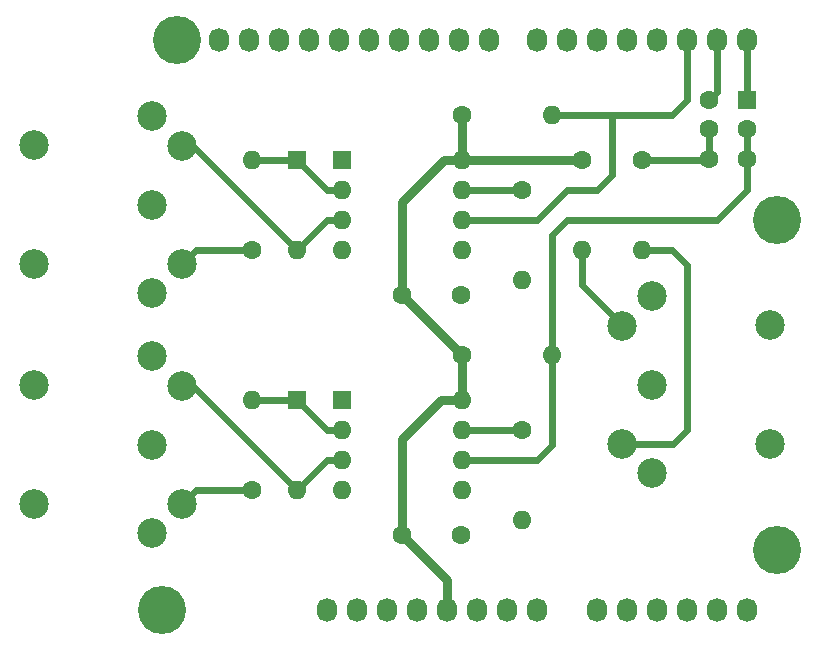
<source format=gbr>
%TF.GenerationSoftware,KiCad,Pcbnew,(6.0.5)*%
%TF.CreationDate,2022-06-13T14:52:15+01:00*%
%TF.ProjectId,ArduinoUnoMIDIMergeShield,41726475-696e-46f5-956e-6f4d4944494d,rev?*%
%TF.SameCoordinates,Original*%
%TF.FileFunction,Copper,L1,Top*%
%TF.FilePolarity,Positive*%
%FSLAX46Y46*%
G04 Gerber Fmt 4.6, Leading zero omitted, Abs format (unit mm)*
G04 Created by KiCad (PCBNEW (6.0.5)) date 2022-06-13 14:52:15*
%MOMM*%
%LPD*%
G01*
G04 APERTURE LIST*
%TA.AperFunction,ComponentPad*%
%ADD10O,1.727200X2.032000*%
%TD*%
%TA.AperFunction,ComponentPad*%
%ADD11C,4.064000*%
%TD*%
%TA.AperFunction,ComponentPad*%
%ADD12R,1.600000X1.600000*%
%TD*%
%TA.AperFunction,ComponentPad*%
%ADD13O,1.600000X1.600000*%
%TD*%
%TA.AperFunction,WasherPad*%
%ADD14C,2.499360*%
%TD*%
%TA.AperFunction,ComponentPad*%
%ADD15C,2.499360*%
%TD*%
%TA.AperFunction,ComponentPad*%
%ADD16C,1.600000*%
%TD*%
%TA.AperFunction,Conductor*%
%ADD17C,0.800000*%
%TD*%
%TA.AperFunction,Conductor*%
%ADD18C,0.600000*%
%TD*%
G04 APERTURE END LIST*
D10*
%TO.P,P1,1*%
%TO.N,Net-(P1-Pad1)*%
X138938000Y-123825000D03*
%TO.P,P1,2*%
%TO.N,/IOREF*%
X141478000Y-123825000D03*
%TO.P,P1,3*%
%TO.N,/Reset*%
X144018000Y-123825000D03*
%TO.P,P1,4*%
%TO.N,+3V3*%
X146558000Y-123825000D03*
%TO.P,P1,5*%
%TO.N,+5V*%
X149098000Y-123825000D03*
%TO.P,P1,6*%
%TO.N,GND*%
X151638000Y-123825000D03*
%TO.P,P1,7*%
X154178000Y-123825000D03*
%TO.P,P1,8*%
%TO.N,/Vin*%
X156718000Y-123825000D03*
%TD*%
%TO.P,P2,1*%
%TO.N,/A0*%
X161798000Y-123825000D03*
%TO.P,P2,2*%
%TO.N,/A1*%
X164338000Y-123825000D03*
%TO.P,P2,3*%
%TO.N,/A2*%
X166878000Y-123825000D03*
%TO.P,P2,4*%
%TO.N,/A3*%
X169418000Y-123825000D03*
%TO.P,P2,5*%
%TO.N,/A4(SDA)*%
X171958000Y-123825000D03*
%TO.P,P2,6*%
%TO.N,/A5(SCL)*%
X174498000Y-123825000D03*
%TD*%
%TO.P,P3,1*%
%TO.N,/A5(SCL)*%
X129794000Y-75565000D03*
%TO.P,P3,2*%
%TO.N,/A4(SDA)*%
X132334000Y-75565000D03*
%TO.P,P3,3*%
%TO.N,/AREF*%
X134874000Y-75565000D03*
%TO.P,P3,4*%
%TO.N,GND*%
X137414000Y-75565000D03*
%TO.P,P3,5*%
%TO.N,/13(SCK)*%
X139954000Y-75565000D03*
%TO.P,P3,6*%
%TO.N,/12(MISO)*%
X142494000Y-75565000D03*
%TO.P,P3,7*%
%TO.N,/11(\u002A\u002A/MOSI)*%
X145034000Y-75565000D03*
%TO.P,P3,8*%
%TO.N,/10(\u002A\u002A/SS)*%
X147574000Y-75565000D03*
%TO.P,P3,9*%
%TO.N,/9(\u002A\u002A)*%
X150114000Y-75565000D03*
%TO.P,P3,10*%
%TO.N,/8*%
X152654000Y-75565000D03*
%TD*%
%TO.P,P4,1*%
%TO.N,/7*%
X156718000Y-75565000D03*
%TO.P,P4,2*%
%TO.N,/6(\u002A\u002A)*%
X159258000Y-75565000D03*
%TO.P,P4,3*%
%TO.N,/5(\u002A\u002A)*%
X161798000Y-75565000D03*
%TO.P,P4,4*%
%TO.N,/4*%
X164338000Y-75565000D03*
%TO.P,P4,5*%
%TO.N,/3(\u002A\u002A)*%
X166878000Y-75565000D03*
%TO.P,P4,6*%
%TO.N,/2*%
X169418000Y-75565000D03*
%TO.P,P4,7*%
%TO.N,/1(Tx)*%
X171958000Y-75565000D03*
%TO.P,P4,8*%
%TO.N,/0(Rx)*%
X174498000Y-75565000D03*
%TD*%
D11*
%TO.P,P5,1*%
%TO.N,Net-(P5-Pad1)*%
X124968000Y-123825000D03*
%TD*%
%TO.P,P6,1*%
%TO.N,Net-(P6-Pad1)*%
X177038000Y-118745000D03*
%TD*%
%TO.P,P7,1*%
%TO.N,Net-(P7-Pad1)*%
X126238000Y-75565000D03*
%TD*%
%TO.P,P8,1*%
%TO.N,Net-(P8-Pad1)*%
X177038000Y-90805000D03*
%TD*%
D12*
%TO.P,D1,1*%
%TO.N,Net-(D1-Pad1)*%
X136398000Y-85725000D03*
D13*
%TO.P,D1,2*%
%TO.N,Net-(D1-Pad2)*%
X136398000Y-93345000D03*
%TD*%
D12*
%TO.P,D2,1*%
%TO.N,Net-(D2-Pad1)*%
X136398000Y-106045000D03*
D13*
%TO.P,D2,2*%
%TO.N,Net-(D2-Pad2)*%
X136398000Y-113665000D03*
%TD*%
D14*
%TO.P,IN1,*%
%TO.N,*%
X114160300Y-84533740D03*
X114160300Y-94536260D03*
D15*
%TO.P,IN1,1*%
%TO.N,Net-(IN1-Pad1)*%
X124155200Y-97033080D03*
%TO.P,IN1,2*%
%TO.N,Net-(IN1-Pad2)*%
X124157740Y-89535000D03*
%TO.P,IN1,3*%
%TO.N,Net-(IN1-Pad3)*%
X124155200Y-82036920D03*
%TO.P,IN1,4*%
%TO.N,Net-(IN1-Pad4)*%
X126657100Y-94531180D03*
%TO.P,IN1,5*%
%TO.N,Net-(D1-Pad2)*%
X126657100Y-84538820D03*
%TD*%
D14*
%TO.P,IN2,*%
%TO.N,*%
X114160300Y-114856260D03*
X114160300Y-104853740D03*
D15*
%TO.P,IN2,1*%
%TO.N,Net-(IN2-Pad1)*%
X124155200Y-117353080D03*
%TO.P,IN2,2*%
%TO.N,Net-(IN2-Pad2)*%
X124157740Y-109855000D03*
%TO.P,IN2,3*%
%TO.N,Net-(IN2-Pad3)*%
X124155200Y-102356920D03*
%TO.P,IN2,4*%
%TO.N,Net-(IN2-Pad4)*%
X126657100Y-114851180D03*
%TO.P,IN2,5*%
%TO.N,Net-(D2-Pad2)*%
X126657100Y-104858820D03*
%TD*%
D14*
%TO.P,OUT1,*%
%TO.N,*%
X176415700Y-99773740D03*
X176415700Y-109776260D03*
D15*
%TO.P,OUT1,1*%
%TO.N,Net-(OUT1-Pad1)*%
X166420800Y-97276920D03*
%TO.P,OUT1,2*%
%TO.N,GND*%
X166418260Y-104775000D03*
%TO.P,OUT1,3*%
%TO.N,Net-(OUT1-Pad3)*%
X166420800Y-112273080D03*
%TO.P,OUT1,4*%
%TO.N,Net-(OUT1-Pad4)*%
X163918900Y-99778820D03*
%TO.P,OUT1,5*%
%TO.N,Net-(OUT1-Pad5)*%
X163918900Y-109771180D03*
%TD*%
D16*
%TO.P,R1,1*%
%TO.N,Net-(IN1-Pad4)*%
X132588000Y-93345000D03*
D13*
%TO.P,R1,2*%
%TO.N,Net-(D1-Pad1)*%
X132588000Y-85725000D03*
%TD*%
D16*
%TO.P,R2,1*%
%TO.N,Net-(IN2-Pad4)*%
X132588000Y-113665000D03*
D13*
%TO.P,R2,2*%
%TO.N,Net-(D2-Pad1)*%
X132588000Y-106045000D03*
%TD*%
D16*
%TO.P,R3,1*%
%TO.N,Net-(R3-Pad1)*%
X155448000Y-88265000D03*
D13*
%TO.P,R3,2*%
%TO.N,GND*%
X155448000Y-95885000D03*
%TD*%
D16*
%TO.P,R4,1*%
%TO.N,Net-(R4-Pad1)*%
X155448000Y-108585000D03*
D13*
%TO.P,R4,2*%
%TO.N,GND*%
X155448000Y-116205000D03*
%TD*%
D16*
%TO.P,R5,1*%
%TO.N,+5V*%
X150368000Y-81915000D03*
D13*
%TO.P,R5,2*%
%TO.N,/2*%
X157988000Y-81915000D03*
%TD*%
D16*
%TO.P,R6,1*%
%TO.N,+5V*%
X150368000Y-102235000D03*
D13*
%TO.P,R6,2*%
%TO.N,Net-(R6-Pad2)*%
X157988000Y-102235000D03*
%TD*%
D16*
%TO.P,R7,1*%
%TO.N,+5V*%
X160528000Y-85725000D03*
D13*
%TO.P,R7,2*%
%TO.N,Net-(OUT1-Pad4)*%
X160528000Y-93345000D03*
%TD*%
D16*
%TO.P,R8,1*%
%TO.N,Net-(R8-Pad1)*%
X165608000Y-85725000D03*
D13*
%TO.P,R8,2*%
%TO.N,Net-(OUT1-Pad5)*%
X165608000Y-93345000D03*
%TD*%
D12*
%TO.P,SW1,1*%
%TO.N,/0(Rx)*%
X174498000Y-80645000D03*
D16*
%TO.P,SW1,2*%
%TO.N,Net-(R6-Pad2)*%
X174498000Y-83145000D03*
%TO.P,SW1,3*%
X174498000Y-85645000D03*
%TO.P,SW1,4*%
%TO.N,/1(Tx)*%
X171298000Y-80645000D03*
%TO.P,SW1,5*%
%TO.N,Net-(R8-Pad1)*%
X171298000Y-83145000D03*
%TO.P,SW1,6*%
X171298000Y-85645000D03*
%TD*%
D12*
%TO.P,6N138,1*%
%TO.N,Net-(U1-Pad1)*%
X140208000Y-85725000D03*
D13*
%TO.P,6N138,2*%
%TO.N,Net-(D1-Pad1)*%
X140208000Y-88265000D03*
%TO.P,6N138,3*%
%TO.N,Net-(D1-Pad2)*%
X140208000Y-90805000D03*
%TO.P,6N138,4*%
%TO.N,Net-(U1-Pad4)*%
X140208000Y-93345000D03*
%TO.P,6N138,5*%
%TO.N,GND*%
X150368000Y-93345000D03*
%TO.P,6N138,6*%
%TO.N,/2*%
X150368000Y-90805000D03*
%TO.P,6N138,7*%
%TO.N,Net-(R3-Pad1)*%
X150368000Y-88265000D03*
%TO.P,6N138,8*%
%TO.N,+5V*%
X150368000Y-85725000D03*
%TD*%
D12*
%TO.P,6N138,1*%
%TO.N,Net-(U2-Pad1)*%
X140208000Y-106045000D03*
D13*
%TO.P,6N138,2*%
%TO.N,Net-(D2-Pad1)*%
X140208000Y-108585000D03*
%TO.P,6N138,3*%
%TO.N,Net-(D2-Pad2)*%
X140208000Y-111125000D03*
%TO.P,6N138,4*%
%TO.N,Net-(U2-Pad4)*%
X140208000Y-113665000D03*
%TO.P,6N138,5*%
%TO.N,GND*%
X150368000Y-113665000D03*
%TO.P,6N138,6*%
%TO.N,Net-(R6-Pad2)*%
X150368000Y-111125000D03*
%TO.P,6N138,7*%
%TO.N,Net-(R4-Pad1)*%
X150368000Y-108585000D03*
%TO.P,6N138,8*%
%TO.N,+5V*%
X150368000Y-106045000D03*
%TD*%
D16*
%TO.P,C1,1*%
%TO.N,+5V*%
X145288000Y-97155000D03*
%TO.P,C1,2*%
%TO.N,GND*%
X150288000Y-97155000D03*
%TD*%
%TO.P,C2,1*%
%TO.N,+5V*%
X145288000Y-117475000D03*
%TO.P,C2,2*%
%TO.N,GND*%
X150288000Y-117475000D03*
%TD*%
D17*
%TO.N,+5V*%
X145288000Y-117475000D02*
X149098000Y-121285000D01*
X145288000Y-109347000D02*
X145288000Y-117475000D01*
X150368000Y-85725000D02*
X160528000Y-85725000D01*
X148590000Y-106045000D02*
X145288000Y-109347000D01*
X150368000Y-106045000D02*
X148590000Y-106045000D01*
X150368000Y-85725000D02*
X150368000Y-81915000D01*
X145288000Y-89281000D02*
X145288000Y-97155000D01*
X145288000Y-97155000D02*
X150368000Y-102235000D01*
X150368000Y-85725000D02*
X148844000Y-85725000D01*
X148844000Y-85725000D02*
X145288000Y-89281000D01*
X149098000Y-121285000D02*
X149098000Y-123825000D01*
X150368000Y-102235000D02*
X150368000Y-106045000D01*
D18*
%TO.N,/2*%
X169418000Y-80645000D02*
X169418000Y-75565000D01*
X168148000Y-81915000D02*
X163068000Y-81915000D01*
X163068000Y-81915000D02*
X157988000Y-81915000D01*
X168148000Y-81915000D02*
X169418000Y-80645000D01*
X159258000Y-88265000D02*
X161798000Y-88265000D01*
X161798000Y-88265000D02*
X163068000Y-86995000D01*
X156718000Y-90805000D02*
X159258000Y-88265000D01*
X163068000Y-86995000D02*
X163068000Y-81915000D01*
X150368000Y-90805000D02*
X156718000Y-90805000D01*
%TO.N,/1(Tx)*%
X171958000Y-75565000D02*
X171958000Y-79985000D01*
X171958000Y-79985000D02*
X171298000Y-80645000D01*
%TO.N,/0(Rx)*%
X174498000Y-75565000D02*
X174498000Y-80645000D01*
%TO.N,Net-(D1-Pad2)*%
X126657100Y-84538820D02*
X127591820Y-84538820D01*
X140208000Y-90805000D02*
X138938000Y-90805000D01*
X127591820Y-84538820D02*
X136398000Y-93345000D01*
X138938000Y-90805000D02*
X136398000Y-93345000D01*
%TO.N,Net-(D1-Pad1)*%
X140208000Y-88265000D02*
X138938000Y-88265000D01*
X132588000Y-85725000D02*
X136398000Y-85725000D01*
X138938000Y-88265000D02*
X136398000Y-85725000D01*
%TO.N,Net-(D2-Pad2)*%
X140208000Y-111125000D02*
X138938000Y-111125000D01*
X136398000Y-113665000D02*
X127591820Y-104858820D01*
X127591820Y-104858820D02*
X126657100Y-104858820D01*
X138938000Y-111125000D02*
X136398000Y-113665000D01*
%TO.N,Net-(D2-Pad1)*%
X140208000Y-108585000D02*
X138938000Y-108585000D01*
X138938000Y-108585000D02*
X136398000Y-106045000D01*
X132588000Y-106045000D02*
X136398000Y-106045000D01*
%TO.N,Net-(R3-Pad1)*%
X150368000Y-88265000D02*
X155448000Y-88265000D01*
%TO.N,Net-(R4-Pad1)*%
X150368000Y-108585000D02*
X155448000Y-108585000D01*
%TO.N,Net-(R8-Pad1)*%
X171298000Y-83145000D02*
X171298000Y-85645000D01*
X165608000Y-85725000D02*
X171218000Y-85725000D01*
%TO.N,Net-(IN1-Pad4)*%
X132588000Y-93345000D02*
X127843280Y-93345000D01*
X127843280Y-93345000D02*
X126657100Y-94531180D01*
%TO.N,Net-(IN2-Pad4)*%
X132588000Y-113665000D02*
X127843280Y-113665000D01*
X127843280Y-113665000D02*
X126657100Y-114851180D01*
%TO.N,Net-(OUT1-Pad5)*%
X169418000Y-94615000D02*
X169418000Y-108585000D01*
X169418000Y-108585000D02*
X168231820Y-109771180D01*
X165608000Y-93345000D02*
X168148000Y-93345000D01*
X168231820Y-109771180D02*
X163918900Y-109771180D01*
X168148000Y-93345000D02*
X169418000Y-94615000D01*
%TO.N,Net-(OUT1-Pad4)*%
X160528000Y-96310450D02*
X163918900Y-99701350D01*
X160528000Y-93345000D02*
X160528000Y-96387920D01*
%TO.N,Net-(R6-Pad2)*%
X174498000Y-88265000D02*
X171958000Y-90805000D01*
X156718000Y-111125000D02*
X157988000Y-109855000D01*
X150368000Y-111125000D02*
X156718000Y-111125000D01*
X174498000Y-83145000D02*
X174498000Y-85645000D01*
X157988000Y-92075000D02*
X157988000Y-102235000D01*
X157988000Y-109855000D02*
X157988000Y-102235000D01*
X159258000Y-90805000D02*
X171958000Y-90805000D01*
X157988000Y-92075000D02*
X159258000Y-90805000D01*
X174498000Y-85645000D02*
X174498000Y-88265000D01*
%TD*%
M02*

</source>
